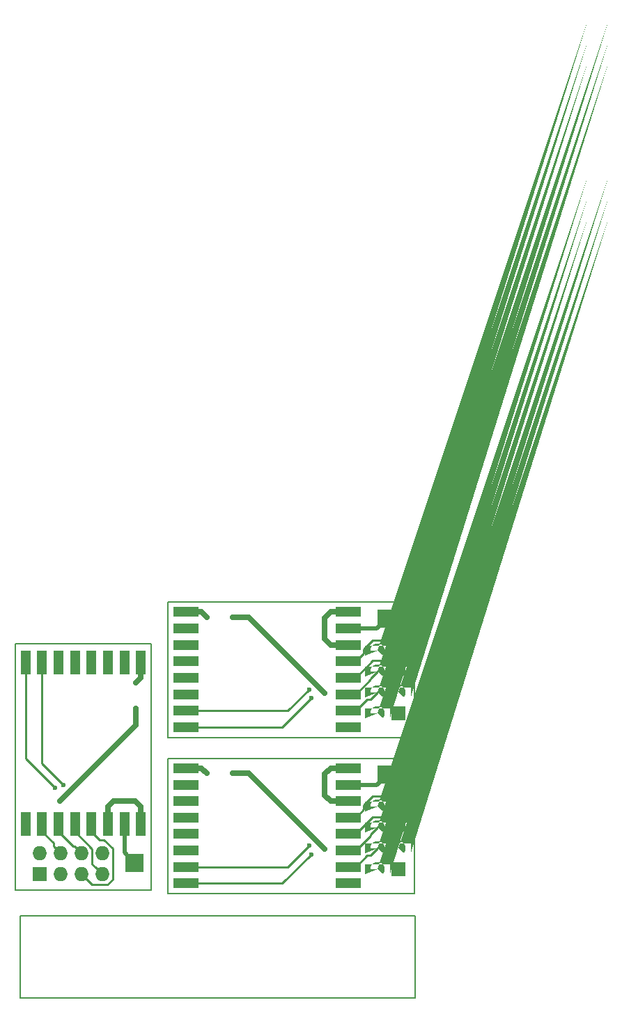
<source format=gbl>
%MOIN*%
%OFA0B0*%
%FSLAX46Y46*%
%IPPOS*%
%LPD*%
%AMREC10*
4,1,3,
0.034,-0.034,
0.034,0.034,
-0.034,0.034,
-0.034,-0.034,
0*
%
%AMOBR20*
4,1,79,
-0.034,0.0000000000000000020818308014980413,
-0.033895189346926355,0.0026676092547467303,
-0.033581403580234689,0.0053187718113678522,
-0.033060577293521007,0.0079371423711007867,
-0.032335921554035224,0.010506577808748214,
-0.031411904105383755,0.013011236700413056,
-0.030294221822404512,0.015435676991144594,
-0.028989765588039139,0.017764951200342265,
-0.027506577808748215,0.019984698577944087,
-0.025853802830401056,0.022081233643226245,
-0.024041630560342621,0.024041630560342617,
-0.022081233643226245,0.025853802830401056,
-0.019984698577944087,0.027506577808748215,
-0.017764951200342265,0.028989765588039139,
-0.015435676991144592,0.030294221822404512,
-0.013011236700413053,0.031411904105383755,
-0.010506577808748212,0.032335921554035224,
-0.0079371423711007832,0.033060577293521007,
-0.0053187718113678496,0.033581403580234689,
-0.0026676092547467281,0.033895189346926355,
0,0.034,
0.0026676092547467281,0.033895189346926355,
0.0053187718113678496,0.033581403580234689,
0.007937142371100785,0.033060577293521007,
0.010506577808748212,0.032335921554035224,
0.013011236700413053,0.031411904105383755,
0.015435676991144592,0.030294221822404512,
0.017764951200342265,0.028989765588039139,
0.019984698577944087,0.027506577808748219,
0.022081233643226245,0.025853802830401056,
0.024041630560342617,0.024041630560342621,
0.025853802830401052,0.022081233643226249,
0.027506577808748215,0.019984698577944091,
0.028989765588039139,0.017764951200342265,
0.030294221822404509,0.015435676991144594,
0.031411904105383755,0.013011236700413053,
0.032335921554035224,0.010506577808748214,
0.033060577293521007,0.0079371423711007867,
0.033581403580234689,0.0053187718113678522,
0.033895189346926355,0.0026676092547467303,
0.034,0.0000000000000000020818308014980413,
0.033895189346926355,-0.0026676092547467264,
0.033581403580234689,-0.0053187718113678478,
0.033060577293521007,-0.0079371423711007832,
0.032335921554035224,-0.01050657780874821,
0.031411904105383755,-0.013011236700413051,
0.030294221822404512,-0.015435676991144589,
0.028989765588039142,-0.017764951200342261,
0.027506577808748219,-0.019984698577944084,
0.025853802830401056,-0.022081233643226245,
0.024041630560342621,-0.024041630560342617,
0.022081233643226238,-0.025853802830401063,
0.019984698577944091,-0.027506577808748215,
0.017764951200342251,-0.028989765588039142,
0.015435676991144596,-0.030294221822404509,
0.013011236700413072,-0.031411904105383741,
0.010506577808748217,-0.032335921554035224,
0.0079371423711007746,-0.033060577293521007,
0.0053187718113678548,-0.033581403580234682,
0.0026676092547467472,-0.033895189346926355,
0.0000000000000000041636616029960833,-0.034,
-0.0026676092547467389,-0.033895189346926355,
-0.0053187718113678452,-0.033581403580234689,
-0.0079371423711007659,-0.033060577293521014,
-0.01050657780874821,-0.032335921554035224,
-0.013011236700413063,-0.031411904105383748,
-0.015435676991144589,-0.030294221822404512,
-0.017764951200342244,-0.028989765588039153,
-0.019984698577944084,-0.027506577808748219,
-0.022081233643226252,-0.025853802830401049,
-0.02404163056034261,-0.024041630560342624,
-0.025853802830401063,-0.022081233643226238,
-0.027506577808748208,-0.019984698577944097,
-0.028989765588039142,-0.017764951200342254,
-0.030294221822404509,-0.015435676991144596,
-0.031411904105383741,-0.013011236700413074,
-0.032335921554035224,-0.010506577808748219,
-0.033060577293521007,-0.0079371423711007763,
-0.033581403580234682,-0.0053187718113678556,
-0.033895189346926355,-0.0026676092547467493,
0*
%
%AMREC30*
4,1,3,
0.059055118110236227,-0.023622047244094491,
0.059055118110236227,0.023622047244094484,
-0.059055118110236227,0.023622047244094491,
-0.059055118110236227,-0.023622047244094484,
0*
%
%AMREC40*
4,1,3,
0.044,-0.044,
0.044,0.044,
-0.044,0.044,
-0.044,-0.044,
0*
%
%AMREC250*
4,1,3,
0.034,-0.034,
0.034,0.034,
-0.034,0.034,
-0.034,-0.034,
0*
%
%AMOBR260*
4,1,79,
-0.034,0.0000000000000000020818308014980413,
-0.033895189346926355,0.0026676092547467303,
-0.033581403580234689,0.0053187718113678522,
-0.033060577293521007,0.0079371423711007867,
-0.032335921554035224,0.010506577808748214,
-0.031411904105383755,0.013011236700413056,
-0.030294221822404512,0.015435676991144594,
-0.028989765588039139,0.017764951200342265,
-0.027506577808748215,0.019984698577944087,
-0.025853802830401056,0.022081233643226245,
-0.024041630560342621,0.024041630560342617,
-0.022081233643226245,0.025853802830401056,
-0.019984698577944087,0.027506577808748215,
-0.017764951200342265,0.028989765588039139,
-0.015435676991144592,0.030294221822404512,
-0.013011236700413053,0.031411904105383755,
-0.010506577808748212,0.032335921554035224,
-0.0079371423711007832,0.033060577293521007,
-0.0053187718113678496,0.033581403580234689,
-0.0026676092547467281,0.033895189346926355,
0,0.034,
0.0026676092547467281,0.033895189346926355,
0.0053187718113678496,0.033581403580234689,
0.007937142371100785,0.033060577293521007,
0.010506577808748212,0.032335921554035224,
0.013011236700413053,0.031411904105383755,
0.015435676991144592,0.030294221822404512,
0.017764951200342265,0.028989765588039139,
0.019984698577944087,0.027506577808748219,
0.022081233643226245,0.025853802830401056,
0.024041630560342617,0.024041630560342621,
0.025853802830401052,0.022081233643226249,
0.027506577808748215,0.019984698577944091,
0.028989765588039139,0.017764951200342265,
0.030294221822404509,0.015435676991144594,
0.031411904105383755,0.013011236700413053,
0.032335921554035224,0.010506577808748214,
0.033060577293521007,0.0079371423711007867,
0.033581403580234689,0.0053187718113678522,
0.033895189346926355,0.0026676092547467303,
0.034,0.0000000000000000020818308014980413,
0.033895189346926355,-0.0026676092547467264,
0.033581403580234689,-0.0053187718113678478,
0.033060577293521007,-0.0079371423711007832,
0.032335921554035224,-0.01050657780874821,
0.031411904105383755,-0.013011236700413051,
0.030294221822404512,-0.015435676991144589,
0.028989765588039142,-0.017764951200342261,
0.027506577808748219,-0.019984698577944084,
0.025853802830401056,-0.022081233643226245,
0.024041630560342621,-0.024041630560342617,
0.022081233643226238,-0.025853802830401063,
0.019984698577944091,-0.027506577808748215,
0.017764951200342251,-0.028989765588039142,
0.015435676991144596,-0.030294221822404509,
0.013011236700413072,-0.031411904105383741,
0.010506577808748217,-0.032335921554035224,
0.0079371423711007746,-0.033060577293521007,
0.0053187718113678548,-0.033581403580234682,
0.0026676092547467472,-0.033895189346926355,
0.0000000000000000041636616029960833,-0.034,
-0.0026676092547467389,-0.033895189346926355,
-0.0053187718113678452,-0.033581403580234689,
-0.0079371423711007659,-0.033060577293521014,
-0.01050657780874821,-0.032335921554035224,
-0.013011236700413063,-0.031411904105383748,
-0.015435676991144589,-0.030294221822404512,
-0.017764951200342244,-0.028989765588039153,
-0.019984698577944084,-0.027506577808748219,
-0.022081233643226252,-0.025853802830401049,
-0.02404163056034261,-0.024041630560342624,
-0.025853802830401063,-0.022081233643226238,
-0.027506577808748208,-0.019984698577944097,
-0.028989765588039142,-0.017764951200342254,
-0.030294221822404509,-0.015435676991144596,
-0.031411904105383741,-0.013011236700413074,
-0.032335921554035224,-0.010506577808748219,
-0.033060577293521007,-0.0079371423711007763,
-0.033581403580234682,-0.0053187718113678556,
-0.033895189346926355,-0.0026676092547467493,
0*
%
%AMREC270*
4,1,3,
0.059055118110236227,-0.023622047244094491,
0.059055118110236227,0.023622047244094484,
-0.059055118110236227,0.023622047244094491,
-0.059055118110236227,-0.023622047244094484,
0*
%
%AMREC280*
4,1,3,
0.044,-0.044,
0.044,0.044,
-0.044,0.044,
-0.044,-0.044,
0*
%
%ADD10C,0.0039370078740157488*%
%ADD11C,0.005905511811023622*%
%ADD12R,0.068X0.068*%
%ADD13O,0.068X0.068*%
%ADD14R,0.047244094488188976X0.11811023622047245*%
%ADD15R,0.088X0.088*%
%ADD16C,0.023622047244094488*%
%ADD17C,0.01*%
%ADD18C,0.025*%
%ADD19C,0.02*%
%ADD30C,0.0039370078740157488*%
%ADD31C,0.005905511811023622*%
%ADD32REC10*%
%ADD33OBR20*%
%ADD34REC30*%
%ADD35REC40*%
%ADD36C,0.023622047244094488*%
%ADD37C,0.01*%
%ADD38C,0.025*%
%ADD39C,0.02*%
%ADD50C,0.0039370078740157488*%
%ADD51C,0.005905511811023622*%
%ADD52REC250*%
%ADD53OBR260*%
%ADD54REC270*%
%ADD55REC280*%
%ADD56C,0.023622047244094488*%
%ADD57C,0.01*%
%ADD58C,0.025*%
%ADD59C,0.02*%
%ADD70C,0.0039370078740157488*%
%ADD71C,0.005905511811023622*%
%LPD*%
G04 #@! TF.FileFunction,Copper,L2,Bot,Signal*
G04 Gerber Fmt 4.6, Leading zero omitted, Abs format (unit mm)*
G04 Created by KiCad (PCBNEW 4.0.1-3.201512221401+6198~38~ubuntu15.10.1-stable) date søn 24 jan 2016 12:57:00 CET*
G01*
G04 APERTURE LIST*
G04 APERTURE END LIST*
D10*
D11*
X0000016204Y0001696850D02*
X0000016204Y0000515748D01*
X0000664204Y0001696850D02*
X0000016204Y0001696850D01*
X0000664204Y0000515748D02*
X0000664204Y0001696850D01*
X0000016204Y0000515748D02*
X0000664204Y0000515748D01*
D12*
X0000132204Y0000592125D03*
D13*
X0000132204Y0000692125D03*
X0000232204Y0000592125D03*
X0000232204Y0000692125D03*
X0000332203Y0000592125D03*
X0000332203Y0000692125D03*
X0000432204Y0000592125D03*
X0000432204Y0000692125D03*
D14*
X0000065244Y0001607716D03*
X0000143984Y0001607716D03*
X0000222724Y0001607716D03*
X0000301464Y0001607716D03*
X0000380204Y0001607716D03*
X0000458944Y0001607716D03*
X0000537685Y0001607716D03*
X0000616425Y0001607716D03*
X0000616425Y0000832125D03*
X0000537685Y0000832125D03*
X0000458944Y0000832125D03*
X0000380204Y0000832125D03*
X0000301464Y0000832125D03*
X0000222724Y0000832125D03*
X0000143984Y0000832125D03*
X0000065244Y0000832125D03*
D15*
X0000586204Y0000648125D03*
D16*
X0000204204Y0001008124D03*
X0000592204Y0001386125D03*
X0000228204Y0000944125D03*
X0000592204Y0001510125D03*
X0000540204Y0000944125D03*
X0000246204Y0001020125D03*
D17*
X0000204204Y0001008124D02*
X0000065244Y0001147086D01*
X0000065244Y0001147086D02*
X0000065244Y0001607716D01*
D18*
X0000228204Y0000944125D02*
X0000592204Y0001308125D01*
X0000592204Y0001308125D02*
X0000592204Y0001386125D01*
X0000616425Y0001607716D02*
X0000616425Y0001534346D01*
X0000616425Y0001534346D02*
X0000592204Y0001510125D01*
X0000458944Y0000832125D02*
X0000458944Y0000916181D01*
X0000458944Y0000916181D02*
X0000486889Y0000944125D01*
X0000486889Y0000944125D02*
X0000523501Y0000944125D01*
X0000523501Y0000944125D02*
X0000540204Y0000944125D01*
X0000588480Y0000944125D02*
X0000540204Y0000944125D01*
X0000616425Y0000832125D02*
X0000616425Y0000916181D01*
X0000616425Y0000916181D02*
X0000588480Y0000944125D01*
D19*
X0000537685Y0000832125D02*
X0000537685Y0000696645D01*
X0000537685Y0000696645D02*
X0000586204Y0000648125D01*
D17*
X0000332203Y0000592125D02*
X0000381204Y0000543125D01*
X0000438779Y0000758069D02*
X0000418826Y0000758069D01*
X0000381204Y0000543125D02*
X0000455724Y0000543125D01*
X0000455724Y0000543125D02*
X0000481204Y0000568605D01*
X0000481204Y0000568605D02*
X0000481204Y0000715645D01*
X0000481204Y0000715645D02*
X0000438779Y0000758069D01*
X0000418826Y0000758069D02*
X0000380204Y0000796691D01*
X0000380204Y0000796691D02*
X0000380204Y0000832125D01*
X0000301464Y0000832125D02*
X0000301464Y0000796691D01*
X0000301464Y0000796691D02*
X0000383204Y0000714952D01*
X0000383204Y0000714952D02*
X0000383204Y0000641126D01*
X0000383204Y0000641126D02*
X0000398204Y0000626125D01*
X0000398204Y0000626125D02*
X0000432204Y0000592125D01*
X0000332203Y0000692125D02*
X0000298204Y0000726125D01*
X0000298204Y0000726125D02*
X0000293291Y0000726125D01*
X0000293291Y0000726125D02*
X0000222724Y0000796691D01*
X0000222724Y0000796691D02*
X0000222724Y0000832125D01*
X0000143984Y0001607716D02*
X0000143984Y0001122346D01*
X0000143984Y0001122346D02*
X0000246204Y0001020125D01*
X0000232204Y0000692125D02*
X0000198204Y0000726125D01*
X0000143984Y0000796691D02*
X0000143984Y0000832125D01*
X0000198204Y0000726125D02*
X0000198204Y0000742472D01*
X0000198204Y0000742472D02*
X0000143984Y0000796691D01*
G04 #@! TF.FileFunction,Copper,L2,Bot,Signal*
G04 Gerber Fmt 4.6, Leading zero omitted, Abs format (unit mm)*
G04 Created by KiCad (PCBNEW 4.0.1-3.201512221401+6198~38~ubuntu15.10.1-stable) date søn 24 jan 2016 12:57:00 CET*
G01*
G04 APERTURE LIST*
G04 APERTURE END LIST*
D30*
D31*
X0000744094Y0000500456D02*
X0001925196Y0000500456D01*
X0000744094Y0001148456D02*
X0000744094Y0000500456D01*
X0001925196Y0001148456D02*
X0000744094Y0001148456D01*
X0001925196Y0000500456D02*
X0001925196Y0001148456D01*
D32*
X0001848818Y0000616456D03*
D33*
X0001748818Y0000616456D03*
X0001848818Y0000716456D03*
X0001748818Y0000716456D03*
X0001848818Y0000816455D03*
X0001748818Y0000816455D03*
X0001848818Y0000916456D03*
X0001748818Y0000916456D03*
D34*
X0000833228Y0000549496D03*
X0000833228Y0000628236D03*
X0000833228Y0000706976D03*
X0000833228Y0000785716D03*
X0000833228Y0000864455D03*
X0000833228Y0000943196D03*
X0000833228Y0001021937D03*
X0000833228Y0001100677D03*
X0001608818Y0001100677D03*
X0001608818Y0001021936D03*
X0001608818Y0000943196D03*
X0001608818Y0000864455D03*
X0001608818Y0000785716D03*
X0001608818Y0000706976D03*
X0001608818Y0000628236D03*
X0001608818Y0000549496D03*
D35*
X0001792818Y0001070456D03*
D36*
X0001432818Y0000688456D03*
X0001054818Y0001076456D03*
X0001496817Y0000712456D03*
X0000930818Y0001076456D03*
X0001496817Y0001024456D03*
X0001420818Y0000730456D03*
D37*
X0001432818Y0000688456D02*
X0001293858Y0000549496D01*
X0001293858Y0000549496D02*
X0000833228Y0000549496D01*
D38*
X0001496817Y0000712456D02*
X0001132818Y0001076456D01*
X0001132818Y0001076456D02*
X0001054818Y0001076456D01*
X0000833228Y0001100677D02*
X0000906598Y0001100677D01*
X0000906598Y0001100677D02*
X0000930818Y0001076456D01*
X0001608818Y0000943196D02*
X0001524763Y0000943196D01*
X0001524763Y0000943196D02*
X0001496817Y0000971141D01*
X0001496817Y0000971141D02*
X0001496817Y0001007752D01*
X0001496817Y0001007752D02*
X0001496817Y0001024456D01*
X0001496817Y0001072732D02*
X0001496817Y0001024456D01*
X0001608818Y0001100677D02*
X0001524763Y0001100677D01*
X0001524763Y0001100677D02*
X0001496817Y0001072732D01*
D39*
X0001608818Y0001021936D02*
X0001744299Y0001021936D01*
X0001744299Y0001021936D02*
X0001792818Y0001070456D01*
D37*
X0001848818Y0000816455D02*
X0001897818Y0000865456D01*
X0001682874Y0000923031D02*
X0001682874Y0000903078D01*
X0001897818Y0000865456D02*
X0001897818Y0000939976D01*
X0001897818Y0000939976D02*
X0001872338Y0000965456D01*
X0001872338Y0000965456D02*
X0001725298Y0000965456D01*
X0001725298Y0000965456D02*
X0001682874Y0000923031D01*
X0001682874Y0000903078D02*
X0001644251Y0000864455D01*
X0001644251Y0000864455D02*
X0001608818Y0000864455D01*
X0001608818Y0000785716D02*
X0001644251Y0000785716D01*
X0001644251Y0000785716D02*
X0001725990Y0000867455D01*
X0001725990Y0000867455D02*
X0001799817Y0000867455D01*
X0001799817Y0000867455D02*
X0001814818Y0000882456D01*
X0001814818Y0000882456D02*
X0001848818Y0000916456D01*
X0001748818Y0000816455D02*
X0001714817Y0000782455D01*
X0001714817Y0000782455D02*
X0001714817Y0000777543D01*
X0001714817Y0000777543D02*
X0001644251Y0000706976D01*
X0001644251Y0000706976D02*
X0001608818Y0000706976D01*
X0000833228Y0000628236D02*
X0001318598Y0000628236D01*
X0001318598Y0000628236D02*
X0001420818Y0000730456D01*
X0001748818Y0000716456D02*
X0001714817Y0000682456D01*
X0001644251Y0000628236D02*
X0001608818Y0000628236D01*
X0001714817Y0000682456D02*
X0001698472Y0000682456D01*
X0001698472Y0000682456D02*
X0001644251Y0000628236D01*
G04 #@! TF.FileFunction,Copper,L2,Bot,Signal*
G04 Gerber Fmt 4.6, Leading zero omitted, Abs format (unit mm)*
G04 Created by KiCad (PCBNEW 4.0.1-3.201512221401+6198~38~ubuntu15.10.1-stable) date søn 24 jan 2016 12:57:00 CET*
G01*
G04 APERTURE LIST*
G04 APERTURE END LIST*
D50*
D51*
X0000744094Y0001248488D02*
X0001925196Y0001248488D01*
X0000744094Y0001896488D02*
X0000744094Y0001248488D01*
X0001925196Y0001896488D02*
X0000744094Y0001896488D01*
X0001925196Y0001248488D02*
X0001925196Y0001896488D01*
D52*
X0001848818Y0001364488D03*
D53*
X0001748818Y0001364488D03*
X0001848818Y0001464488D03*
X0001748818Y0001464488D03*
X0001848818Y0001564488D03*
X0001748818Y0001564488D03*
X0001848818Y0001664488D03*
X0001748818Y0001664488D03*
D54*
X0000833228Y0001297526D03*
X0000833228Y0001376267D03*
X0000833228Y0001455007D03*
X0000833228Y0001533748D03*
X0000833228Y0001612488D03*
X0000833228Y0001691228D03*
X0000833228Y0001769968D03*
X0000833228Y0001848708D03*
X0001608818Y0001848708D03*
X0001608818Y0001769968D03*
X0001608818Y0001691228D03*
X0001608818Y0001612488D03*
X0001608818Y0001533748D03*
X0001608818Y0001455007D03*
X0001608818Y0001376267D03*
X0001608818Y0001297526D03*
D55*
X0001792818Y0001818488D03*
D56*
X0001432818Y0001436488D03*
X0001054818Y0001824488D03*
X0001496817Y0001460488D03*
X0000930818Y0001824488D03*
X0001496817Y0001772488D03*
X0001420818Y0001478488D03*
D57*
X0001432818Y0001436488D02*
X0001293858Y0001297526D01*
X0001293858Y0001297526D02*
X0000833228Y0001297526D01*
D58*
X0001496817Y0001460488D02*
X0001132818Y0001824488D01*
X0001132818Y0001824488D02*
X0001054818Y0001824488D01*
X0000833228Y0001848708D02*
X0000906598Y0001848708D01*
X0000906598Y0001848708D02*
X0000930818Y0001824488D01*
X0001608818Y0001691228D02*
X0001524763Y0001691228D01*
X0001524763Y0001691228D02*
X0001496817Y0001719173D01*
X0001496817Y0001719173D02*
X0001496817Y0001755784D01*
X0001496817Y0001755784D02*
X0001496817Y0001772488D01*
X0001496817Y0001820763D02*
X0001496817Y0001772488D01*
X0001608818Y0001848708D02*
X0001524763Y0001848708D01*
X0001524763Y0001848708D02*
X0001496817Y0001820763D01*
D59*
X0001608818Y0001769968D02*
X0001744299Y0001769968D01*
X0001744299Y0001769968D02*
X0001792818Y0001818488D01*
D57*
X0001848818Y0001564488D02*
X0001897818Y0001613488D01*
X0001682874Y0001671063D02*
X0001682874Y0001651110D01*
X0001897818Y0001613488D02*
X0001897818Y0001688008D01*
X0001897818Y0001688008D02*
X0001872338Y0001713488D01*
X0001872338Y0001713488D02*
X0001725298Y0001713488D01*
X0001725298Y0001713488D02*
X0001682874Y0001671063D01*
X0001682874Y0001651110D02*
X0001644251Y0001612488D01*
X0001644251Y0001612488D02*
X0001608818Y0001612488D01*
X0001608818Y0001533748D02*
X0001644251Y0001533748D01*
X0001644251Y0001533748D02*
X0001725991Y0001615488D01*
X0001725991Y0001615488D02*
X0001799817Y0001615488D01*
X0001799817Y0001615488D02*
X0001814818Y0001630488D01*
X0001814818Y0001630488D02*
X0001848818Y0001664488D01*
X0001748818Y0001564488D02*
X0001714817Y0001530488D01*
X0001714817Y0001530488D02*
X0001714817Y0001525574D01*
X0001714817Y0001525574D02*
X0001644251Y0001455007D01*
X0001644251Y0001455007D02*
X0001608818Y0001455007D01*
X0000833228Y0001376267D02*
X0001318598Y0001376267D01*
X0001318598Y0001376267D02*
X0001420818Y0001478488D01*
X0001748818Y0001464488D02*
X0001714817Y0001430488D01*
X0001644251Y0001376267D02*
X0001608818Y0001376267D01*
X0001714817Y0001430488D02*
X0001698472Y0001430488D01*
X0001698472Y0001430488D02*
X0001644251Y0001376267D01*
G04 #@! TF.FileFunction,Copper,L2,Bot,Signal*
G04 Gerber Fmt 4.6, Leading zero omitted, Abs format (unit mm)*
G04 Created by KiCad (PCBNEW 4.0.1-3.201512221401+6198~38~ubuntu15.10.1-stable) date lør 23 jan 2016 16:05:11 CET*
G01*
G04 APERTURE LIST*
G04 APERTURE END LIST*
D70*
D71*
X0000039370Y0000000000D02*
X0000039370Y0000393700D01*
X0001929133Y0000000000D02*
X0000039370Y0000000000D01*
X0001929133Y0000393700D02*
X0001929133Y0000000000D01*
X0000039370Y0000393700D02*
X0001929133Y0000393700D01*
M02*

</source>
